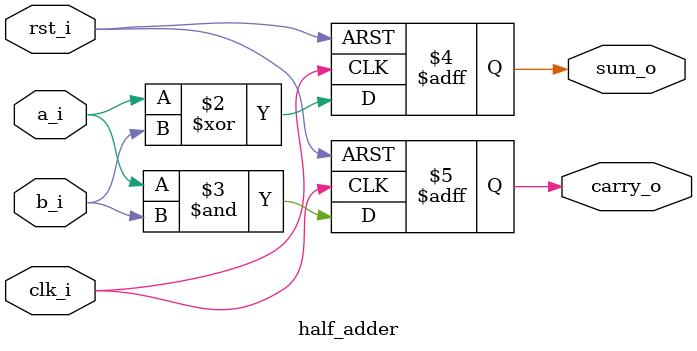
<source format=sv>

module half_adder
#(
    parameter int WIDTH = 1
)
(
    input logic clk_i,
    input logic rst_i,
    input logic  [WIDTH-1:0]a_i,
    input logic  [WIDTH-1:0]b_i,
    output logic [WIDTH-1:0]sum_o,
    output logic [WIDTH-1:0]carry_o
);

always @(posedge clk_i or posedge rst_i) begin
    if(rst_i) begin
        sum_o <= 1'b0;
        carry_o <= 1'b0;
    end else begin
        
        sum_o <= a_i ^ b_i; // XOR operation for sum
        carry_o <= a_i & b_i; // AND operation for carry
    end

end



endmodule: half_adder
</source>
